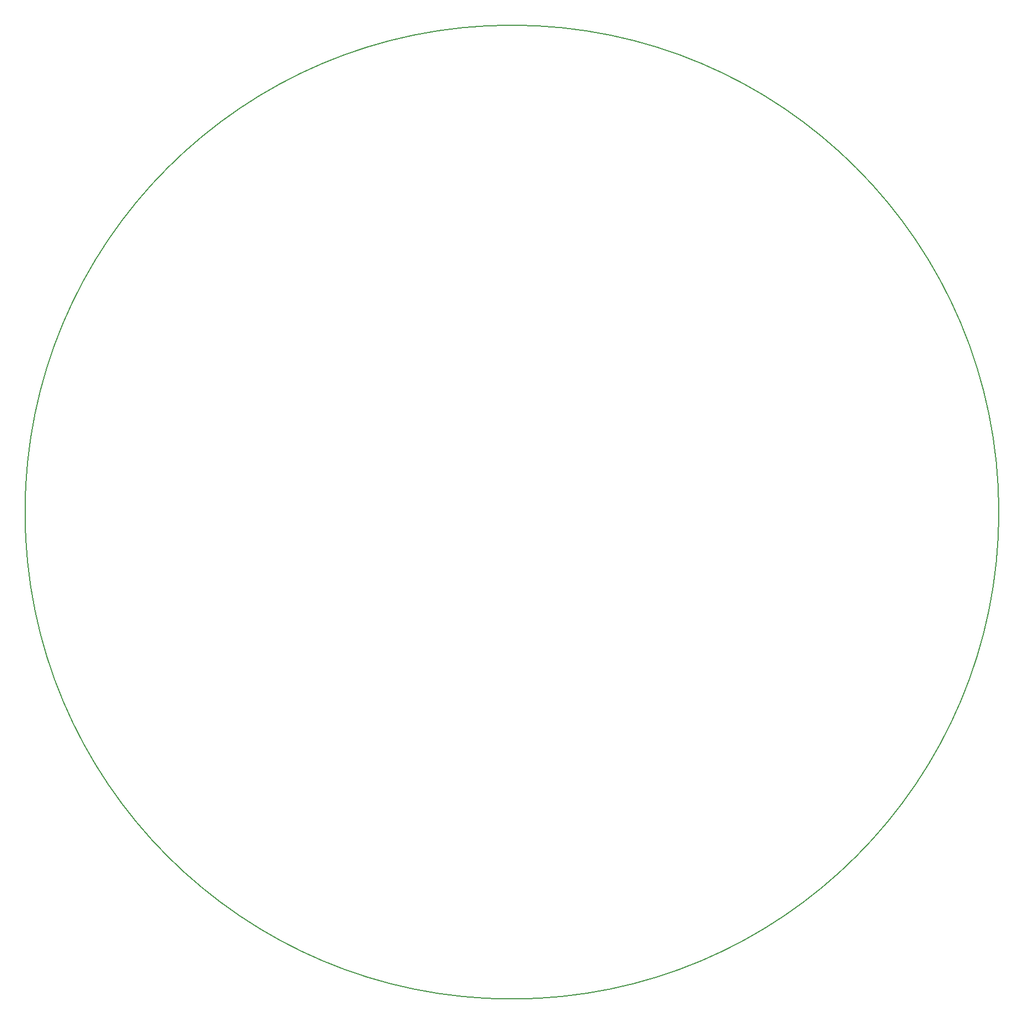
<source format=gko>
G04 Layer_Color=16711935*
%FSLAX44Y44*%
%MOMM*%
G71*
G01*
G75*
%ADD37C,0.2000*%
D37*
X750000Y-5000D02*
G03*
X750000Y-5000I-750000J0D01*
G01*
M02*

</source>
